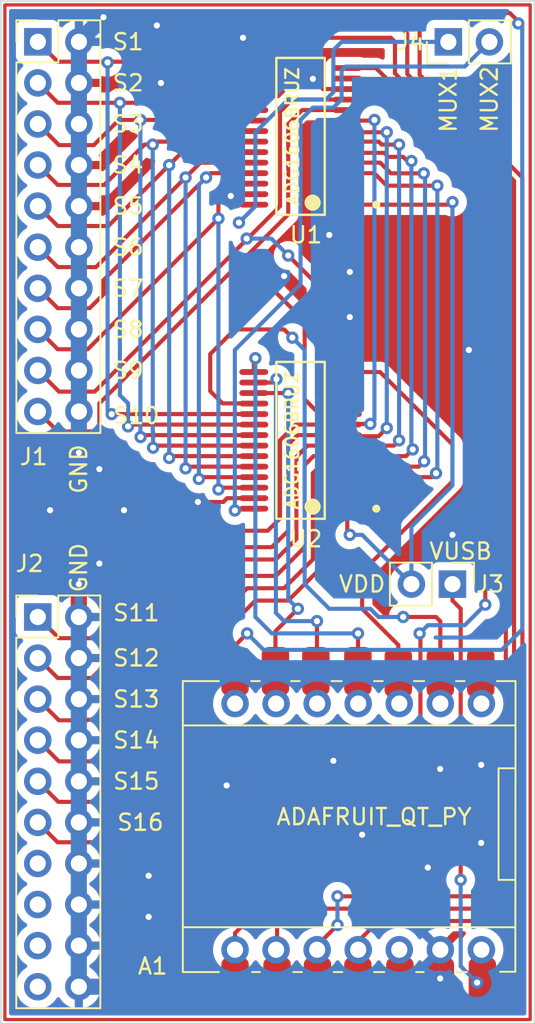
<source format=kicad_pcb>
(kicad_pcb (version 20211014) (generator pcbnew)
  (title_block (title "Mux Board") (rev "v01") (comment 2 "creativecommons.org/licenses/by/4.0") (comment 3 "License: CC BY 4.0") (comment 4 "Author: Chark Stanford"))
  (layers (0 "F.Cu" signal) (31 "B.Cu" signal) (34 "B.Paste" user) (35 "F.Paste" user) (36 "B.SilkS" user "B.Silkscreen") (37 "F.SilkS" user "F.Silkscreen") (38 "B.Mask" user) (39 "F.Mask" user) (44 "Edge.Cuts" user))
  (net 0 "")
  (net 1 "/MUX2_SEL0")
  (net 2 "/MUX2_SEL1")
  (net 3 "/MUX2_SEL2")
  (net 4 "/MUX2_SEL3")
  (net 5 "+3V3")
  (net 6 "/MUX1_EN")
  (net 7 "/MUX1_SEL0")
  (net 8 "GND")
  (net 9 "/MUX1_SEL2")
  (net 10 "/MUX1_SEL1")
  (net 11 "/MUX2_EN")
  (net 12 "/MUX1_SEL3")
  (net 13 "/S1")
  (net 14 "/S2")
  (net 15 "/S3")
  (net 16 "/S4")
  (net 17 "/S5")
  (net 18 "/S6")
  (net 19 "/S7")
  (net 20 "/S8")
  (net 21 "/S9")
  (net 22 "/S10")
  (net 23 "/S11")
  (net 24 "/S12")
  (net 25 "/S13")
  (net 26 "/S14")
  (net 27 "/S15")
  (net 28 "/S16")
  (net 33 "/VUSB")
  (net 35 "/VDD")
  (net 36 "/MUX1_OUT")
  (net 37 "/MUX2_OUT")
  (footprint "mux_board_v2:PinHeader_2x10_P2.54mm_Vertical" (layer "F.Cu") (at 113.538 106.172)
    (fp_text reference "J2")
    (fp_text value "Conn_02x10_Odd_Even" hide)
  )
  (footprint "mux_board_v3:Adafruit_QT_PY" (layer "F.Cu") (at 130.442 121.526 180)
    (fp_text reference "A1")
    (fp_text value "ADAFRUIT_QT_PY")
  )
  (footprint "mux_board_v2:PinHeader_1x02_P2.54mm_Vertical" (layer "F.Cu") (at 138.938 70.612 90)
    (fp_text reference "J4")
    (fp_text value "Conn_01x02_Male" hide)
  )
  (footprint "mux_board_v2:Analog_Devices-RU-28-0-0-IPC_A" (layer "F.Cu") (at 129.794 95.25 180)
    (fp_text reference "U2")
    (fp_text value "ADG1606BRUZ")
  )
  (footprint "mux_board_v2:Analog_Devices-RU-28-0-0-IPC_A" (layer "F.Cu") (at 129.794 76.454 180)
    (fp_text reference "U1")
    (fp_text value "ADG1606BRUZ")
  )
  (footprint "mux_board_v2:PinHeader_1x02_P2.54mm_Vertical" (layer "F.Cu") (at 139.192 104.14 -90)
    (fp_text reference "J3")
    (fp_text value "Conn_01x02_Male" hide)
  )
  (footprint "mux_board_v2:PinHeader_2x10_P2.54mm_Vertical" (layer "F.Cu") (at 113.543 70.607)
    (fp_text reference "J1")
    (fp_text value "Conn_02x10_Odd_Even" hide)
  )
  (gr_line (start 144 131.064) (end 111.506 131.064) (layer "F.Cu") (width 0.2))
  (gr_line (start 111.506 131.064) (end 111.506 68.326) (layer "F.Cu") (width 0.2))
  (gr_line (start 144 68.326) (end 144 131.064) (layer "F.Cu") (width 0.2))
  (gr_line (start 111.506 68.326) (end 144 68.326) (layer "F.Cu") (width 0.2))
  (gr_line (start 144.272 68.072) (end 144.272 131.318) (layer "Edge.Cuts") (width 0.1))
  (gr_line (start 111.252 131.318) (end 111.252 68.072) (layer "Edge.Cuts") (width 0.1))
  (gr_line (start 144.272 131.318) (end 111.252 131.318) (layer "Edge.Cuts") (width 0.1))
  (gr_line (start 111.252 68.072) (end 144.272 68.072) (layer "Edge.Cuts") (width 0.1))
  (gr_text "MUX2" (at 141.478 74.168 -270) (layer "F.SilkS") (effects (font (size 1 1))))
  (gr_text "S5" (at 119.126 80.772) (layer "F.SilkS") (effects (font (size 1 1))))
  (gr_text "S1" (at 119.126 70.612) (layer "F.SilkS") (effects (font (size 1 1))))
  (gr_text "S4" (at 119.126 78.232) (layer "F.SilkS") (effects (font (size 1 1))))
  (gr_text "MUX1" (at 138.938 74.168 -270) (layer "F.SilkS") (effects (font (size 1 1))))
  (gr_text "S7" (at 119.126 85.852) (layer "F.SilkS") (effects (font (size 1 1))))
  (gr_text "S16" (at 119.888 118.872) (layer "F.SilkS") (effects (font (size 1 1))))
  (gr_text "S14" (at 119.634 113.792) (layer "F.SilkS") (effects (font (size 1 1))))
  (gr_text "S13" (at 119.634 111.252) (layer "F.SilkS") (effects (font (size 1 1))))
  (gr_text "GND" (at 116.078 103.124 -270) (layer "F.SilkS") (effects (font (size 1 1))))
  (gr_text "S12" (at 119.634 108.712) (layer "F.SilkS") (effects (font (size 1 1))))
  (gr_text "S3" (at 119.126 75.692) (layer "F.SilkS") (effects (font (size 1 1))))
  (gr_text "S11" (at 119.634 105.918) (layer "F.SilkS") (effects (font (size 1 1))))
  (gr_text "VDD" (at 133.604 104.14) (layer "F.SilkS") (effects (font (size 1 1))))
  (gr_text "S9" (at 119.126 90.932) (layer "F.SilkS") (effects (font (size 1 1))))
  (gr_text "S6" (at 119.126 83.312) (layer "F.SilkS") (effects (font (size 1 1))))
  (gr_text "S8" (at 119.126 88.392) (layer "F.SilkS") (effects (font (size 1 1))))
  (gr_text "VUSB" (at 139.7 102.108) (layer "F.SilkS") (effects (font (size 1 1))))
  (gr_text "S2" (at 119.126 73.152) (layer "F.SilkS") (effects (font (size 1 1))))
  (gr_text "S15" (at 119.634 116.332) (layer "F.SilkS") (effects (font (size 1 1))))
  (gr_text "GND" (at 116.078 97.028 -270) (layer "F.SilkS") (effects (font (size 1 1))))
  (gr_text "S10" (at 119.634 93.726) (layer "F.SilkS") (effects (font (size 1 1))))
  (segment (start 126.902785 92.325) (end 129.023708 92.325) (width 0.254) (layer "F.Cu") (net 1))
  (segment (start 129.023708 92.325) (end 129.0315 92.317208) (width 0.254) (layer "F.Cu") (net 1))
  (segment (start 128.242 107.051731) (end 128.242 109.526) (width 0.254) (layer "F.Cu") (net 1))
  (segment (start 129.629231 105.6645) (end 128.242 107.051731) (width 0.254) (layer "F.Cu") (net 1))
  (via (at 129.629231 105.6645) (size 0.762) (drill 0.381) (layers "F.Cu" "B.Cu") (net 1))
  (via (at 129.0315 92.317208) (size 0.762) (drill 0.381) (layers "F.Cu" "B.Cu") (net 1))
  (segment (start 129.0315 105.066769) (end 129.629231 105.6645) (width 0.254) (layer "B.Cu") (net 1))
  (segment (start 129.0315 92.317208) (end 129.0315 105.066769) (width 0.254) (layer "B.Cu") (net 1))
  (segment (start 128.091212 91.675) (end 128.304371 91.461841) (width 0.254) (layer "F.Cu") (net 2))
  (segment (start 126.902785 91.675) (end 128.091212 91.675) (width 0.254) (layer "F.Cu") (net 2))
  (segment (start 130.81 106.426) (end 130.81 109.458) (width 0.254) (layer "F.Cu") (net 2))
  (segment (start 130.81 109.458) (end 130.742 109.526) (width 0.254) (layer "F.Cu") (net 2))
  (via (at 128.304371 91.461841) (size 0.762) (drill 0.381) (layers "F.Cu" "B.Cu") (net 2))
  (via (at 130.81 106.426) (size 0.762) (drill 0.381) (layers "F.Cu" "B.Cu") (net 2))
  (segment (start 128.27 91.496212) (end 128.27 105.918) (width 0.254) (layer "B.Cu") (net 2))
  (segment (start 128.27 105.918) (end 128.778 106.426) (width 0.254) (layer "B.Cu") (net 2))
  (segment (start 128.778 106.426) (end 130.81 106.426) (width 0.254) (layer "B.Cu") (net 2))
  (segment (start 128.304371 91.461841) (end 128.27 91.496212) (width 0.254) (layer "B.Cu") (net 2))
  (segment (start 126.902785 91.025) (end 126.902785 90.267215) (width 0.254) (layer "F.Cu") (net 3))
  (segment (start 133.35 109.518) (end 133.342 109.526) (width 0.254) (layer "F.Cu") (net 3))
  (segment (start 133.35 107.188) (end 133.35 109.518) (width 0.254) (layer "F.Cu") (net 3))
  (segment (start 126.902785 90.267215) (end 127 90.17) (width 0.254) (layer "F.Cu") (net 3))
  (via (at 133.35 107.188) (size 0.762) (drill 0.381) (layers "F.Cu" "B.Cu") (net 3))
  (via (at 127 90.17) (size 0.762) (drill 0.381) (layers "F.Cu" "B.Cu") (net 3))
  (segment (start 127 90.17) (end 127 106.172) (width 0.254) (layer "B.Cu") (net 3))
  (segment (start 128.016 107.188) (end 133.35 107.188) (width 0.254) (layer "B.Cu") (net 3))
  (segment (start 127 106.172) (end 128.016 107.188) (width 0.254) (layer "B.Cu") (net 3))
  (segment (start 134.713 91.025) (end 132.685214 91.025) (width 0.254) (layer "F.Cu") (net 4))
  (segment (start 139.192 95.504) (end 134.713 91.025) (width 0.254) (layer "F.Cu") (net 4))
  (segment (start 135.842 109.626) (end 135.842 107.902) (width 0.254) (layer "F.Cu") (net 4))
  (segment (start 139.192 97.79) (end 139.192 95.504) (width 0.254) (layer "F.Cu") (net 4))
  (segment (start 133.604 103.378) (end 139.192 97.79) (width 0.254) (layer "F.Cu") (net 4))
  (segment (start 135.842 107.902) (end 133.604 105.664) (width 0.254) (layer "F.Cu") (net 4))
  (segment (start 133.604 105.664) (end 133.604 103.378) (width 0.254) (layer "F.Cu") (net 4))
  (segment (start 126.045951 74.179) (end 126.902785 74.179) (width 0.254) (layer "F.Cu") (net 6))
  (segment (start 125.742 107.938) (end 126.492 107.188) (width 0.254) (layer "F.Cu") (net 6))
  (segment (start 125.73 74.168) (end 126.034951 74.168) (width 0.254) (layer "F.Cu") (net 6))
  (segment (start 125.742 109.526) (end 125.742 107.938) (width 0.254) (layer "F.Cu") (net 6))
  (segment (start 123.19 68.834) (end 122.936 69.088) (width 0.254) (layer "F.Cu") (net 6))
  (segment (start 126.034951 74.168) (end 126.045951 74.179) (width 0.254) (layer "F.Cu") (net 6))
  (segment (start 142.748 68.834) (end 123.19 68.834) (width 0.254) (layer "F.Cu") (net 6))
  (segment (start 122.936 71.374) (end 125.73 74.168) (width 0.254) (layer "F.Cu") (net 6))
  (segment (start 122.936 69.088) (end 122.936 71.374) (width 0.254) (layer "F.Cu") (net 6))
  (segment (start 143.51948 69.60548) (end 142.748 68.834) (width 0.254) (layer "F.Cu") (net 6))
  (via (at 143.2655 69.469) (size 0.762) (drill 0.381) (layers "F.Cu" "B.Cu") (net 6))
  (via (at 126.492 107.188) (size 0.762) (drill 0.381) (layers "F.Cu" "B.Cu") (net 6))
  (segment (start 127.508 108.204) (end 142.24 108.204) (width 0.254) (layer "B.Cu") (net 6))
  (segment (start 126.492 107.188) (end 127.508 108.204) (width 0.254) (layer "B.Cu") (net 6))
  (segment (start 143.51 69.7135) (end 143.2655 69.469) (width 0.254) (layer "B.Cu") (net 6))
  (segment (start 142.24 108.204) (end 143.51 106.934) (width 0.254) (layer "B.Cu") (net 6))
  (segment (start 143.51 106.934) (end 143.51 69.7135) (width 0.254) (layer "B.Cu") (net 6))
  (segment (start 143.51948 79.00348) (end 143.51948 110.98852) (width 0.254) (layer "F.Cu") (net 7))
  (segment (start 143.51948 110.98852) (end 143.51 110.998) (width 0.254) (layer "F.Cu") (net 7))
  (segment (start 137.16 72.644) (end 143.51948 79.00348) (width 0.254) (layer "F.Cu") (net 7))
  (segment (start 136.906 69.342) (end 137.16 69.596) (width 0.254) (layer "F.Cu") (net 7))
  (segment (start 134.62 124.968) (end 133.342 126.246) (width 0.254) (layer "F.Cu") (net 7))
  (segment (start 133.342 126.246) (end 133.342 128.726) (width 0.254) (layer "F.Cu") (net 7))
  (segment (start 143.51 110.998) (end 143.51 123.19) (width 0.254) (layer "F.Cu") (net 7))
  (segment (start 137.16 69.596) (end 137.16 72.644) (width 0.254) (layer "F.Cu") (net 7))
  (segment (start 126.045951 73.529) (end 123.698 71.181049) (width 0.254) (layer "F.Cu") (net 7))
  (segment (start 141.732 124.968) (end 134.62 124.968) (width 0.254) (layer "F.Cu") (net 7))
  (segment (start 143.51 123.19) (end 141.732 124.968) (width 0.254) (layer "F.Cu") (net 7))
  (segment (start 126.902785 73.529) (end 126.045951 73.529) (width 0.254) (layer "F.Cu") (net 7))
  (segment (start 123.698 69.342) (end 136.906 69.342) (width 0.254) (layer "F.Cu") (net 7))
  (segment (start 123.698 71.181049) (end 123.698 69.342) (width 0.254) (layer "F.Cu") (net 7))
  (segment (start 131.695 92.325) (end 132.685214 92.325) (width 0.254) (layer "F.Cu") (net 8))
  (segment (start 138.43 128.524) (end 138.43 129.286) (width 1) (layer "F.Cu") (net 8))
  (segment (start 140.208 82.296) (end 133.35 89.154) (width 0.254) (layer "F.Cu") (net 8))
  (segment (start 116.078 106.172) (end 116.078 104.145) (width 1) (layer "F.Cu") (net 8))
  (segment (start 130.556 72.898) (end 131.187 73.529) (width 0.254) (layer "F.Cu") (net 8))
  (segment (start 126.902785 98.825) (end 125.25244 98.825) (width 0.254) (layer "F.Cu") (net 8))
  (segment (start 131.187 73.529) (end 132.685214 73.529) (width 0.254) (layer "F.Cu") (net 8))
  (segment (start 116.078 104.145) (end 116.083 104.14) (width 0.254) (layer "F.Cu") (net 8))
  (segment (start 125.24672 98.83072) (end 125.01744 99.06) (width 0.254) (layer "F.Cu") (net 8))
  (segment (start 131.318 91.948) (end 131.695 92.325) (width 0.254) (layer "F.Cu") (net 8))
  (segment (start 125.25244 98.825) (end 125.24672 98.83072) (width 0.254) (layer "F.Cu") (net 8))
  (segment (start 131.318 89.154) (end 131.318 91.948) (width 0.254) (layer "F.Cu") (net 8))
  (segment (start 132.685214 73.529) (end 133.981 73.529) (width 0.254) (layer "F.Cu") (net 8))
  (segment (start 125.01744 99.06) (end 123.444 99.06) (width 0.254) (layer "F.Cu") (net 8))
  (segment (start 125.5875 80.029) (end 126.902785 80.029) (width 0.254) (layer "F.Cu") (net 8))
  (segment (start 140.208 79.756) (end 140.208 82.296) (width 0.254) (layer "F.Cu") (net 8))
  (segment (start 125.476 80.1405) (end 125.5875 80.029) (width 0.254) (layer "F.Cu") (net 8))
  (segment (start 133.981 73.529) (end 140.208 79.756) (width 0.254) (layer "F.Cu") (net 8))
  (segment (start 133.35 89.154) (end 131.318 89.154) (width 0.254) (layer "F.Cu") (net 8))
  (via (at 130.556 72.898) (size 0.762) (drill 0.381) (layers "F.Cu" "B.Cu") (net 8))
  (via (at 125.476 80.1405) (size 0.762) (drill 0.381) (layers "F.Cu" "B.Cu") (net 8))
  (via (at 140.97 120.142) (size 0.762) (drill 0.381) (layers "F.Cu" "B.Cu") (net 8))
  (via (at 120.396 124.714) (size 0.762) (drill 0.381) (layers "F.Cu" "B.Cu") (net 8))
  (via (at 120.904 69.596) (size 0.762) (drill 0.381) (layers "F.Cu" "B.Cu") (net 8))
  (via (at 120.396 122.174) (size 0.762) (drill 0.381) (layers "F.Cu" "B.Cu") (net 8))
  (via (at 117.348 102.87) (size 0.762) (drill 0.381) (layers "F.Cu" "B.Cu") (net 8))
  (via (at 121.158 73.152) (size 0.762) (drill 0.381) (layers "F.Cu" "B.Cu") (net 8))
  (via (at 126.238 70.358) (size 0.762) (drill 0.381) (layers "F.Cu" "B.Cu") (net 8))
  (via (at 116.083 104.14) (size 0.762) (drill 0.381) (layers "F.Cu" "B.Cu") (net 8))
  (via (at 128.778 85.09) (size 0.762) (drill 0.381) (layers "F.Cu" "B.Cu") (net 8))
  (via (at 131.572 82.55) (size 0.762) (drill 0.381) (layers "F.Cu" "B.Cu") (net 8))
  (via (at 138.43 128.524) (size 0.762) (drill 0.381) (layers "F.Cu" "B.Cu") (net 8))
  (via (at 139.192 101.092) (size 0.762) (drill 0.381) (layers "F.Cu" "B.Cu") (net 8))
  (via (at 125.222 116.586) (size 0.762) (drill 0.381) (layers "F.Cu" "B.Cu") (net 8))
  (via (at 117.348 97.028) (size 0.762) (drill 0.381) (layers "F.Cu" "B.Cu") (net 8))
  (via (at 138.43 115.57) (size 0.762) (drill 0.381) (layers "F.Cu" "B.Cu") (net 8))
  (via (at 137.668 121.666) (size 0.762) (drill 0.381) (layers "F.Cu" "B.Cu") (net 8))
  (via (at 117.602 69.088) (size 0.762) (drill 0.381) (layers "F.Cu" "B.Cu") (net 8))
  (via (at 116.083 96.012) (size 0.762) (drill 0.381) (layers "F.Cu" "B.Cu") (net 8))
  (via (at 123.444 99.06) (size 0.762) (drill 0.381) (layers "F.Cu" "B.Cu") (net 8))
  (via (at 132.842 84.836) (size 0.762) (drill 0.381) (layers "F.Cu" "B.Cu") (net 8))
  (via (at 131.826 115.062) (size 0.762) (drill 0.381) (layers "F.Cu" "B.Cu") (net 8))
  (via (at 133.604 119.634) (size 0.762) (drill 0.381) (layers "F.Cu" "B.Cu") (net 8))
  (via (at 140.208 89.662) (size 0.762) (drill 0.381) (layers "F.Cu" "B.Cu") (net 8))
  (via (at 140.97 115.316) (size 0.762) (drill 0.381) (layers "F.Cu" "B.Cu") (net 8))
  (via (at 118.872 99.568) (size 0.762) (drill 0.381) (layers "F.Cu" "B.Cu") (net 8))
  (via (at 132.842 87.63) (size 0.762) (drill 0.381) (layers "F.Cu" "B.Cu") (net 8))
  (via (at 114.3 99.568) (size 0.762) (drill 0.381) (layers "F.Cu" "B.Cu") (net 8))
  (segment (start 116.078 106.172) (end 116.078 108.712) (width 1) (layer "B.Cu") (net 8))
  (segment (start 116.083 88.387) (end 116.083 90.927) (width 1) (layer "B.Cu") (net 8))
  (segment (start 116.078 126.492) (end 116.078 129.032) (width 1) (layer "B.Cu") (net 8))
  (segment (start 116.083 78.227) (end 116.083 80.767) (width 1) (layer "B.Cu") (net 8))
  (segment (start 138.43 128.524) (end 137.922 129.032) (width 1) (layer "B.Cu") (net 8))
  (segment (start 116.083 83.307) (end 116.083 85.847) (width 1) (layer "B.Cu") (net 8))
  (segment (start 116.078 116.332) (end 116.078 118.872) (width 1) (layer "B.Cu") (net 8))
  (segment (start 116.083 73.147) (end 116.083 75.687) (width 1) (layer "B.Cu") (net 8))
  (segment (start 116.078 118.872) (end 116.078 121.412) (width 1) (layer "B.Cu") (net 8))
  (segment (start 116.083 90.927) (end 116.083 93.467) (width 1) (layer "B.Cu") (net 8))
  (segment (start 116.083 85.847) (end 116.083 88.387) (width 1) (layer "B.Cu") (net 8))
  (segment (start 116.078 108.712) (end 116.078 111.252) (width 1) (layer "B.Cu") (net 8))
  (segment (start 116.078 123.952) (end 116.078 126.492) (width 1) (layer "B.Cu") (net 8))
  (segment (start 116.078 111.252) (end 116.078 113.792) (width 1) (layer "B.Cu") (net 8))
  (segment (start 116.078 113.792) (end 116.078 116.332) (width 1) (layer "B.Cu") (net 8))
  (segment (start 116.083 70.607) (end 116.083 73.147) (width 1) (layer "B.Cu") (net 8))
  (segment (start 116.083 75.687) (end 116.083 78.227) (width 1) (layer "B.Cu") (net 8))
  (segment (start 116.083 80.767) (end 116.083 83.307) (width 1) (layer "B.Cu") (net 8))
  (segment (start 116.083 70.607) (end 117.602 69.088) (width 1) (layer "B.Cu") (net 8))
  (segment (start 137.922 129.032) (end 116.078 129.032) (width 1) (layer "B.Cu") (net 8))
  (segment (start 116.083 93.467) (end 116.083 96.012) (width 1) (layer "B.Cu") (net 8))
  (segment (start 116.078 121.412) (end 116.078 123.952) (width 1) (layer "B.Cu") (net 8))
  (segment (start 143.002 79.203741) (end 143.002 122.682) (width 0.254) (layer "F.Cu") (net 9))
  (segment (start 129.54 124.206) (end 128.342 125.404) (width 0.254) (layer "F.Cu") (net 9))
  (segment (start 143.002 122.682) (end 141.478 124.206) (width 0.254) (layer "F.Cu") (net 9))
  (segment (start 136.398 72.599741) (end 143.002 79.203741) (width 0.254) (layer "F.Cu") (net 9))
  (segment (start 141.478 124.206) (end 129.54 124.206) (width 0.254) (layer "F.Cu") (net 9))
  (segment (start 136.144 69.85) (end 136.398 70.104) (width 0.254) (layer "F.Cu") (net 9))
  (segment (start 126.902785 72.229) (end 126.907 72.229) (width 0.254) (layer "F.Cu") (net 9))
  (segment (start 126.907 72.229) (end 129.286 69.85) (width 0.254) (layer "F.Cu") (net 9))
  (segment (start 129.286 69.85) (end 136.144 69.85) (width 0.254) (layer "F.Cu") (net 9))
  (segment (start 136.398 70.104) (end 136.398 72.599741) (width 0.254) (layer "F.Cu") (net 9))
  (segment (start 128.342 125.404) (end 128.342 128.726) (width 0.254) (layer "F.Cu") (net 9))
  (segment (start 130.842 126.46) (end 130.842 128.726) (width 0.254) (layer "F.Cu") (net 10))
  (segment (start 135.382 70.358) (end 135.636 70.612) (width 0.254) (layer "F.Cu") (net 10))
  (segment (start 142.494 121.92) (end 140.9695 123.4445) (width 0.254) (layer "F.Cu") (net 10))
  (segment (start 132.08 125.222) (end 130.842 126.46) (width 0.254) (layer "F.Cu") (net 10))
  (segment (start 142.494 79.413483) (end 142.494 121.92) (width 0.254) (layer "F.Cu") (net 10))
  (segment (start 135.636 72.555483) (end 142.494 79.413483) (width 0.254) (layer "F.Cu") (net 10))
  (segment (start 130.302 70.358) (end 135.382 70.358) (width 0.254) (layer "F.Cu") (net 10))
  (segment (start 127.781 72.879) (end 130.302 70.358) (width 0.254) (layer "F.Cu") (net 10))
  (segment (start 135.636 70.612) (end 135.636 72.555483) (width 0.254) (layer "F.Cu") (net 10))
  (segment (start 140.9695 123.4445) (end 132.08 123.4445) (width 0.254) (layer "F.Cu") (net 10))
  (segment (start 126.902785 72.879) (end 127.781 72.879) (width 0.254) (layer "F.Cu") (net 10))
  (via (at 132.08 123.4445) (size 0.762) (drill 0.381) (layers "F.Cu" "B.Cu") (net 10))
  (via (at 132.08 125.222) (size 0.762) (drill 0.381) (layers "F.Cu" "B.Cu") (net 10))
  (segment (start 132.08 123.4445) (end 132.08 125.222) (width 0.254) (layer "B.Cu") (net 10))
  (segment (start 126.902785 92.975) (end 126.045951 92.975) (width 0.254) (layer "F.Cu") (net 11))
  (segment (start 124.206 92.202) (end 124.206 91.694) (width 0.254) (layer "F.Cu") (net 11))
  (segment (start 138.176 106.172) (end 138.442 106.438) (width 0.254) (layer "F.Cu") (net 11))
  (segment (start 124.206 89.916) (end 125.73 88.392) (width 0.254) (layer "F.Cu") (net 11))
  (segment (start 138.442 106.438) (end 138.442 109.626) (width 0.254) (layer "F.Cu") (net 11))
  (segment (start 124.206 91.694) (end 124.206 89.916) (width 0.254) (layer "F.Cu") (net 11))
  (segment (start 136.144 106.172) (end 138.176 106.172) (width 0.254) (layer "F.Cu") (net 11))
  (segment (start 126.045951 92.975) (end 126.034951 92.964) (width 0.254) (layer "F.Cu") (net 11))
  (segment (start 128.7785 88.392) (end 129.2865 88.9) (width 0.254) (layer "F.Cu") (net 11))
  (segment (start 125.73 88.392) (end 128.7785 88.392) (width 0.254) (layer "F.Cu") (net 11))
  (segment (start 124.968 92.964) (end 124.206 92.202) (width 0.254) (layer "F.Cu") (net 11))
  (segment (start 126.034951 92.964) (end 124.968 92.964) (width 0.254) (layer "F.Cu") (net 11))
  (via (at 129.2865 88.9) (size 0.762) (drill 0.381) (layers "F.Cu" "B.Cu") (net 11))
  (via (at 136.144 106.172) (size 0.762) (drill 0.381) (layers "F.Cu" "B.Cu") (net 11))
  (segment (start 130.048 89.6615) (end 129.2865 88.9) (width 0.254) (layer "B.Cu") (net 11))
  (segment (start 130.048 104.14) (end 130.048 89.6615) (width 0.254) (layer "B.Cu") (net 11))
  (segment (start 134.112 105.664) (end 131.572 105.664) (width 0.254) (layer "B.Cu") (net 11))
  (segment (start 136.144 106.172) (end 134.62 106.172) (width 0.254) (layer "B.Cu") (net 11))
  (segment (start 131.572 105.664) (end 130.048 104.14) (width 0.254) (layer "B.Cu") (net 11))
  (segment (start 134.62 106.172) (end 134.112 105.664) (width 0.254) (layer "B.Cu") (net 11))
  (segment (start 129.794 121.666) (end 133.35 121.666) (width 0.254) (layer "F.Cu") (net 12))
  (segment (start 125.742 125.718) (end 129.794 121.666) (width 0.254) (layer "F.Cu") (net 12))
  (segment (start 137.21148 107.23948) (end 137.21148 119.58252) (width 0.254) (layer "F.Cu") (net 12))
  (segment (start 137.21148 119.58252) (end 135.128 121.666) (width 0.254) (layer "F.Cu") (net 12))
  (segment (start 141.224 78.994) (end 134.459 72.229) (width 0.254) (layer "F.Cu") (net 12))
  (segment (start 134.459 72.229) (end 132.685214 72.229) (width 0.254) (layer "F.Cu") (net 12))
  (segment (start 137.16 107.188) (end 137.21148 107.23948) (width 0.254) (layer "F.Cu") (net 12))
  (segment (start 135.128 121.666) (end 133.35 121.666) (width 0.254) (layer "F.Cu") (net 12))
  (segment (start 141.224 105.41) (end 141.224 78.994) (width 0.254) (layer "F.Cu") (net 12))
  (segment (start 125.742 128.726) (end 125.742 125.718) (width 0.254) (layer "F.Cu") (net 12))
  (via (at 137.16 107.188) (size 0.762) (drill 0.381) (layers "F.Cu" "B.Cu") (net 12))
  (via (at 141.224 105.41) (size 0.762) (drill 0.381) (layers "F.Cu" "B.Cu") (net 12))
  (segment (start 141.224 105.41) (end 139.954 106.68) (width 0.254) (layer "B.Cu") (net 12))
  (segment (start 137.922 106.68) (end 137.668 106.68) (width 0.254) (layer "B.Cu") (net 12))
  (segment (start 139.954 106.68) (end 137.922 106.68) (width 0.254) (layer "B.Cu") (net 12))
  (segment (start 137.668 106.68) (end 137.16 107.188) (width 0.254) (layer "B.Cu") (net 12))
  (segment (start 117.856 71.837511) (end 117.856 71.882) (width 0.254) (layer "F.Cu") (net 13))
  (segment (start 118.113962 93.625) (end 126.902785 93.625) (width 0.254) (layer "F.Cu") (net 13))
  (segment (start 118.1095 93.629462) (end 118.113962 93.625) (width 0.254) (layer "F.Cu") (net 13))
  (segment (start 125.375 74.829) (end 122.383511 71.837511) (width 0.254) (layer "F.Cu") (net 13))
  (segment (start 114.773511 71.837511) (end 113.543 70.607) (width 0.254) (layer "F.Cu") (net 13))
  (segment (start 117.900489 71.837511) (end 117.856 71.882) (width 0.254) (layer "F.Cu") (net 13))
  (segment (start 117.856 71.837511) (end 114.773511 71.837511) (width 0.254) (layer "F.Cu") (net 13))
  (segment (start 122.383511 71.837511) (end 117.900489 71.837511) (width 0.254) (layer "F.Cu") (net 13))
  (segment (start 126.902785 74.829) (end 125.375 74.829) (width 0.254) (layer "F.Cu") (net 13))
  (via (at 117.856 71.882) (size 0.762) (drill 0.381) (layers "F.Cu" "B.Cu") (net 13))
  (via (at 118.1095 93.629462) (size 0.762) (drill 0.381) (layers "F.Cu" "B.Cu") (net 13))
  (segment (start 117.856 93.375962) (end 117.856 71.882) (width 0.254) (layer "B.Cu") (net 13))
  (segment (start 118.1095 93.629462) (end 117.856 93.375962) (width 0.254) (layer "B.Cu") (net 13))
  (segment (start 118.573511 74.377511) (end 118.6175 74.377511) (width 0.254) (layer "F.Cu") (net 14))
  (segment (start 118.573511 74.377511) (end 123.653511 74.377511) (width 0.254) (layer "F.Cu") (net 14))
  (segment (start 124.755 75.479) (end 126.902785 75.479) (width 0.254) (layer "F.Cu") (net 14))
  (segment (start 113.543 73.147) (end 114.773511 74.377511) (width 0.254) (layer "F.Cu") (net 14))
  (segment (start 114.773511 74.377511) (end 118.573511 74.377511) (width 0.254) (layer "F.Cu") (net 14))
  (segment (start 123.653511 74.377511) (end 124.755 75.479) (width 0.254) (layer "F.Cu") (net 14))
  (segment (start 119.2375 94.275) (end 126.902785 94.275) (width 0.254) (layer "F.Cu") (net 14))
  (segment (start 119.126 94.3865) (end 119.2375 94.275) (width 0.254) (layer "F.Cu") (net 14))
  (via (at 119.126 94.3865) (size 0.762) (drill 0.381) (layers "F.Cu" "B.Cu") (net 14))
  (via (at 118.6175 74.377511) (size 0.762) (drill 0.381) (layers "F.Cu" "B.Cu") (net 14))
  (segment (start 118.6175 92.4555) (end 118.6175 74.377511) (width 0.254) (layer "B.Cu") (net 14))
  (segment (start 119.126 94.3865) (end 119.126 92.964) (width 0.254) (layer "B.Cu") (net 14))
  (segment (start 119.126 92.964) (end 118.6175 92.4555) (width 0.254) (layer "B.Cu") (net 14))
  (segment (start 117 76.996489) (end 118.558489 75.438) (width 0.254) (layer "F.Cu") (net 15))
  (segment (start 120.019142 94.925) (end 126.902785 94.925) (width 0.254) (layer "F.Cu") (net 15))
  (segment (start 122.936 75.438) (end 123.627 76.129) (width 0.254) (layer "F.Cu") (net 15))
  (segment (start 119.888 75.438) (end 122.936 75.438) (width 0.254) (layer "F.Cu") (net 15))
  (segment (start 123.627 76.129) (end 126.902785 76.129) (width 0.254) (layer "F.Cu") (net 15))
  (segment (start 119.8986 95.045542) (end 120.019142 94.925) (width 0.254) (layer "F.Cu") (net 15))
  (segment (start 118.558489 75.438) (end 120.142 75.438) (width 0.254) (layer "F.Cu") (net 15))
  (segment (start 113.543 75.687) (end 114.852489 76.996489) (width 0.254) (layer "F.Cu") (net 15))
  (segment (start 114.852489 76.996489) (end 117 76.996489) (width 0.254) (layer "F.Cu") (net 15))
  (via (at 119.8986 95.045542) (size 0.762) (drill 0.381) (layers "F.Cu" "B.Cu") (net 15))
  (via (at 119.888 75.438) (size 0.762) (drill 0.381) (layers "F.Cu" "B.Cu") (net 15))
  (segment (start 119.888 95.034942) (end 119.8986 95.045542) (width 0.254) (layer "B.Cu") (net 15))
  (segment (start 119.888 75.438) (end 119.888 95.034942) (width 0.254) (layer "B.Cu") (net 15))
  (segment (start 120.800782 95.575) (end 126.902785 95.575) (width 0.254) (layer "F.Cu") (net 16))
  (segment (start 114.773511 79.457511) (end 113.543 78.227) (width 0.254) (layer "F.Cu") (net 16))
  (segment (start 120.142 76.962) (end 117.646489 79.457511) (width 0.254) (layer "F.Cu") (net 16))
  (segment (start 120.671199 95.704583) (end 120.800782 95.575) (width 0.254) (layer "F.Cu") (net 16))
  (segment (start 120.65 76.962) (end 120.833 76.779) (width 0.254) (layer "F.Cu") (net 16))
  (segment (start 120.65 76.962) (end 120.142 76.962) (width 0.254) (layer "F.Cu") (net 16))
  (segment (start 117.646489 79.457511) (end 114.773511 79.457511) (width 0.254) (layer "F.Cu") (net 16))
  (segment (start 120.833 76.779) (end 126.902785 76.779) (width 0.254) (layer "F.Cu") (net 16))
  (via (at 120.671199 95.704583) (size 0.762) (drill 0.381) (layers "F.Cu" "B.Cu") (net 16))
  (via (at 120.65 76.962) (size 0.762) (drill 0.381) (layers "F.Cu" "B.Cu") (net 16))
  (segment (start 120.671199 94.741201) (end 120.671199 95.704583) (width 0.254) (layer "B.Cu") (net 16))
  (segment (start 120.65 76.962) (end 120.65 94.720002) (width 0.254) (layer "B.Cu") (net 16))
  (segment (start 120.65 94.720002) (end 120.671199 94.741201) (width 0.254) (layer "B.Cu") (net 16))
  (segment (start 114.773511 81.997511) (end 117.900489 81.997511) (width 0.254) (layer "F.Cu") (net 17))
  (segment (start 122.174 77.724) (end 122.469 77.429) (width 0.254) (layer "F.Cu") (net 17))
  (segment (start 121.666 78.232) (end 122.174 77.724) (width 0.254) (layer "F.Cu") (net 17))
  (segment (start 121.666 96.3365) (end 121.7775 96.225) (width 0.254) (layer "F.Cu") (net 17))
  (segment (start 122.469 77.429) (end 126.902785 77.429) (width 0.254) (layer "F.Cu") (net 17))
  (segment (start 117.900489 81.997511) (end 122.174 77.724) (width 0.254) (layer "F.Cu") (net 17))
  (segment (start 113.543 80.767) (end 114.773511 81.997511) (width 0.254) (layer "F.Cu") (net 17))
  (segment (start 121.7775 96.225) (end 126.902785 96.225) (width 0.254) (layer "F.Cu") (net 17))
  (via (at 121.666 96.3365) (size 0.762) (drill 0.381) (layers "F.Cu" "B.Cu") (net 17))
  (via (at 121.666 78.232) (size 0.762) (drill 0.381) (layers "F.Cu" "B.Cu") (net 17))
  (segment (start 121.666 78.232) (end 121.666 96.3365) (width 0.254) (layer "B.Cu") (net 17))
  (segment (start 123.19 78.486) (end 123.597 78.079) (width 0.254) (layer "F.Cu") (net 18))
  (segment (start 114.773511 84.537511) (end 117.138489 84.537511) (width 0.254) (layer "F.Cu") (net 18))
  (segment (start 122.682 96.9865) (end 122.7935 96.875) (width 0.254) (layer "F.Cu") (net 18))
  (segment (start 122.682 78.994) (end 123.19 78.486) (width 0.254) (layer "F.Cu") (net 18))
  (segment (start 113.543 83.307) (end 114.773511 84.537511) (width 0.254) (layer "F.Cu") (net 18))
  (segment (start 117.138489 84.537511) (end 123.19 78.486) (width 0.254) (layer "F.Cu") (net 18))
  (segment (start 123.597 78.079) (end 126.902785 78.079) (width 0.254) (layer "F.Cu") (net 18))
  (segment (start 122.7935 96.875) (end 126.902785 96.875) (width 0.254) (layer "F.Cu") (net 18))
  (via (at 122.682 96.9865) (size 0.762) (drill 0.381) (layers "F.Cu" "B.Cu") (net 18))
  (via (at 122.682 78.994) (size 0.762) (drill 0.381) (layers "F.Cu" "B.Cu") (net 18))
  (segment (start 122.682 96.9865) (end 122.682 78.994) (width 0.254) (layer "B.Cu") (net 18))
  (segment (start 114.773511 87.077511) (end 116.748041 87.077511) (width 0.254) (layer "F.Cu") (net 19))
  (segment (start 113.543 85.847) (end 114.773511 87.077511) (width 0.254) (layer "F.Cu") (net 19))
  (segment (start 117.602 86.223552) (end 117.602 85.344) (width 0.254) (layer "F.Cu") (net 19))
  (segment (start 123.617174 97.525) (end 126.902785 97.525) (width 0.254) (layer "F.Cu") (net 19))
  (segment (start 117.602 85.344) (end 124.217 78.729) (width 0.254) (layer "F.Cu") (net 19))
  (segment (start 123.505674 97.6365) (end 123.617174 97.525) (width 0.254) (layer "F.Cu") (net 19))
  (segment (start 124.217 78.729) (end 126.902785 78.729) (width 0.254) (layer "F.Cu") (net 19))
  (segment (start 116.748041 87.077511) (end 117.602 86.223552) (width 0.254) (layer "F.Cu") (net 19))
  (via (at 123.505674 97.6365) (size 0.762) (drill 0.381) (layers "F.Cu" "B.Cu") (net 19))
  (via (at 123.952 78.994) (size 0.762) (drill 0.381) (layers "F.Cu" "B.Cu") (net 19))
  (segment (start 123.952 78.994) (end 123.505674 79.440326) (width 0.254) (layer "B.Cu") (net 19))
  (segment (start 123.505674 79.440326) (end 123.505674 97.6365) (width 0.254) (layer "B.Cu") (net 19))
  (segment (start 113.543 88.387) (end 114.773511 89.617511) (width 0.254) (layer "F.Cu") (net 20))
  (segment (start 124.714 98.2865) (end 124.8255 98.175) (width 0.254) (layer "F.Cu") (net 20))
  (segment (start 116.630489 89.617511) (end 124.714 81.534) (width 0.254) (layer "F.Cu") (net 20))
  (segment (start 126.902785 79.379) (end 125.16056 79.379) (width 0.254) (layer "F.Cu") (net 20))
  (segment (start 125.16056 79.379) (end 124.714 79.82556) (width 0.254) (layer "F.Cu") (net 20))
  (segment (start 124.714 79.82556) (end 124.714 81.534) (width 0.254) (layer "F.Cu") (net 20))
  (segment (start 114.773511 89.617511) (end 116.630489 89.617511) (width 0.254) (layer "F.Cu") (net 20))
  (segment (start 124.8255 98.175) (end 126.902785 98.175) (width 0.254) (layer "F.Cu") (net 20))
  (via (at 124.714 81.534) (size 0.762) (drill 0.381) (layers "F.Cu" "B.Cu") (net 20))
  (via (at 124.714 98.2865) (size 0.762) (drill 0.381) (layers "F.Cu" "B.Cu") (net 20))
  (segment (start 124.714 81.534) (end 124.714 98.2865) (width 0.254) (layer "B.Cu") (net 20))
  (segment (start 131.329 92.975) (end 130.81 92.456) (width 0.254) (layer "F.Cu") (net 21))
  (segment (start 129.275 74.179) (end 132.685214 74.179) (width 0.254) (layer "F.Cu") (net 21))
  (segment (start 114.852489 92.236489) (end 117.059511 92.236489) (width 0.254) (layer "F.Cu") (net 21))
  (segment (start 113.543 90.927) (end 114.852489 92.236489) (width 0.254) (layer "F.Cu") (net 21))
  (segment (start 126.461538 82.834462) (end 126.461538 82.773538) (width 0.254) (layer "F.Cu") (net 21))
  (segment (start 128.524 80.772) (end 128.524 74.93) (width 0.254) (layer "F.Cu") (net 21))
  (segment (start 130.81 85.598) (end 129.032 83.82) (width 0.254) (layer "F.Cu") (net 21))
  (segment (start 128.524 74.93) (end 129.275 74.179) (width 0.254) (layer "F.Cu") (net 21))
  (segment (start 132.685214 92.975) (end 131.329 92.975) (width 0.254) (layer "F.Cu") (net 21))
  (segment (start 117.059511 92.236489) (end 125.984 83.312) (width 0.254) (layer "F.Cu") (net 21))
  (segment (start 130.81 92.456) (end 130.81 85.598) (width 0.254) (layer "F.Cu") (net 21))
  (segment (start 125.984 83.312) (end 128.524 80.772) (width 0.254) (layer "F.Cu") (net 21))
  (segment (start 125.984 83.312) (end 126.461538 82.834462) (width 0.254) (layer "F.Cu") (net 21))
  (via (at 129.032 83.82) (size 0.762) (drill 0.381) (layers "F.Cu" "B.Cu") (net 21))
  (via (at 126.461538 82.773538) (size 0.762) (drill 0.381) (layers "F.Cu" "B.Cu") (net 21))
  (segment (start 127.985538 82.773538) (end 129.032 83.82) (width 0.254) (layer "B.Cu") (net 21))
  (segment (start 126.461538 82.773538) (end 127.985538 82.773538) (width 0.254) (layer "B.Cu") (net 21))
  (segment (start 114.773511 94.697511) (end 117.138489 94.697511) (width 0.254) (layer "F.Cu") (net 22))
  (segment (start 126.238 84.074) (end 130.048 87.884) (width 0.254) (layer "F.Cu") (net 22))
  (segment (start 129.032 75.692) (end 129.895 74.829) (width 0.254) (layer "F.Cu") (net 22))
  (segment (start 130.048 92.71) (end 130.963 93.625) (width 0.254) (layer "F.Cu") (net 22))
  (segment (start 129.03152 77.62586) (end 129.032 77.62538) (width 0.254) (layer "F.Cu") (net 22))
  (segment (start 113.543 93.467) (end 114.773511 94.697511) (width 0.254) (layer "F.Cu") (net 22))
  (segment (start 129.032 77.62538) (end 129.032 75.692) (width 0.254) (layer "F.Cu") (net 22))
  (segment (start 117.348 92.964) (end 126.238 84.074) (width 0.254) (layer "F.Cu") (net 22))
  (segment (start 129.03152 81.28048) (end 129.03152 77.62586) (width 0.254) (layer "F.Cu") (net 22))
  (segment (start 117.138489 94.697511) (end 117.348 94.488) (width 0.254) (layer "F.Cu") (net 22))
  (segment (start 117.348 94.488) (end 117.348 92.964) (width 0.254) (layer "F.Cu") (net 22))
  (segment (start 126.238 84.074) (end 129.03152 81.28048) (width 0.254) (layer "F.Cu") (net 22))
  (segment (start 129.895 74.829) (end 132.685214 74.829) (width 0.254) (layer "F.Cu") (net 22))
  (segment (start 130.048 87.884) (end 130.048 92.71) (width 0.254) (layer "F.Cu") (net 22))
  (segment (start 130.963 93.625) (end 132.685214 93.625) (width 0.254) (layer "F.Cu") (net 22))
  (segment (start 132.685214 75.479) (end 134.325 75.479) (width 0.254) (layer "F.Cu") (net 23))
  (segment (start 117.133489 107.481489) (end 123.776978 100.838) (width 0.254) (layer "F.Cu") (net 23))
  (segment (start 127.762 100.838) (end 128.524 100.076) (width 0.254) (layer "F.Cu") (net 23))
  (segment (start 134.112 94.234) (end 132.726214 94.234) (width 0.254) (layer "F.Cu") (net 23))
  (segment (start 132.726214 94.234) (end 132.685214 94.275) (width 0.254) (layer "F.Cu") (net 23))
  (segment (start 128.524 100.076) (end 128.524 95.25) (width 0.254) (layer "F.Cu") (net 23))
  (segment (start 114.847489 107.481489) (end 117.133489 107.481489) (width 0.254) (layer "F.Cu") (net 23))
  (segment (start 134.325 75.479) (end 134.366 75.438) (width 0.254) (layer "F.Cu") (net 23))
  (segment (start 113.538 106.172) (end 114.847489 107.481489) (width 0.254) (layer "F.Cu") (net 23))
  (segment (start 129.499 94.275) (end 132.685214 94.275) (width 0.254) (layer "F.Cu") (net 23))
  (segment (start 123.776978 100.838) (end 127.762 100.838) (width 0.254) (layer "F.Cu") (net 23))
  (segment (start 128.524 95.25) (end 129.499 94.275) (width 0.254) (layer "F.Cu") (net 23))
  (via (at 134.366 75.438) (size 0.762) (drill 0.381) (layers "F.Cu" "B.Cu") (net 23))
  (via (at 134.112 94.234) (size 0.762) (drill 0.381) (layers "F.Cu" "B.Cu") (net 23))
  (segment (start 134.366 93.98) (end 134.112 94.234) (width 0.254) (layer "B.Cu") (net 23))
  (segment (start 134.366 75.438) (end 134.366 93.98) (width 0.254) (layer "B.Cu") (net 23))
  (segment (start 132.755725 94.995511) (end 132.685214 94.925) (width 0.254) (layer "F.Cu") (net 24))
  (segment (start 129.032 95.504) (end 129.611 94.925) (width 0.254) (layer "F.Cu") (net 24))
  (segment (start 129.032 100.838) (end 129.032 95.504) (width 0.254) (layer "F.Cu") (net 24))
  (segment (start 135.128 94.488) (end 134.620489 94.995511) (width 0.254) (layer "F.Cu") (net 24))
  (segment (start 114.768511 109.942511) (end 116.879489 109.942511) (width 0.254) (layer "F.Cu") (net 24))
  (segment (start 134.620489 94.995511) (end 132.755725 94.995511) (width 0.254) (layer "F.Cu") (net 24))
  (segment (start 113.538 108.712) (end 114.768511 109.942511) (width 0.254) (layer "F.Cu") (net 24))
  (segment (start 132.755725 76.199511) (end 135.127511 76.199511) (width 0.254) (layer "F.Cu") (net 24))
  (segment (start 135.127511 76.199511) (end 135.128 76.2) (width 0.254) (layer "F.Cu") (net 24))
  (segment (start 116.879489 109.942511) (end 124.968 101.854) (width 0.254) (layer "F.Cu") (net 24))
  (segment (start 129.611 94.925) (end 132.685214 94.925) (width 0.254) (layer "F.Cu") (net 24))
  (segment (start 128.016 101.854) (end 129.032 100.838) (width 0.254) (layer "F.Cu") (net 24))
  (segment (start 124.968 101.854) (end 128.016 101.854) (width 0.254) (layer "F.Cu") (net 24))
  (via (at 135.128 94.488) (size 0.762) (drill 0.381) (layers "F.Cu" "B.Cu") (net 24))
  (via (at 135.128 76.2) (size 0.762) (drill 0.381) (layers "F.Cu" "B.Cu") (net 24))
  (segment (start 135.128 76.2) (end 135.128 94.488) (width 0.254) (layer "B.Cu") (net 24))
  (segment (start 114.847489 112.561489) (end 116.587695 112.561489) (width 0.254) (layer "F.Cu") (net 25))
  (segment (start 134.81306 76.962) (end 135.89 76.962) (width 0.254) (layer "F.Cu") (net 25))
  (segment (start 128.27 102.616) (end 129.54 101.346) (width 0.254) (layer "F.Cu") (net 25))
  (segment (start 135.89 95.25) (end 135.565 95.575) (width 0.254) (layer "F.Cu") (net 25))
  (segment (start 135.565 95.575) (end 132.685214 95.575) (width 0.254) (layer "F.Cu") (net 25))
  (segment (start 117.602 112.014) (end 117.602 110.617) (width 0.254) (layer "F.Cu") (net 25))
  (segment (start 116.587695 112.561489) (end 116.627184 112.522) (width 0.254) (layer "F.Cu") (net 25))
  (segment (start 117.094 112.522) (end 117.602 112.014) (width 0.254) (layer "F.Cu") (net 25))
  (segment (start 117.602 110.617) (end 125.603 102.616) (width 0.254) (layer "F.Cu") (net 25))
  (segment (start 134.63006 76.779) (end 134.81306 76.962) (width 0.254) (layer "F.Cu") (net 25))
  (segment (start 116.627184 112.522) (end 117.094 112.522) (width 0.254) (layer "F.Cu") (net 25))
  (segment (start 130.231 95.575) (end 132.685214 95.575) (width 0.254) (layer "F.Cu") (net 25))
  (segment (start 132.685214 76.779) (end 134.63006 76.779) (width 0.254) (layer "F.Cu") (net 25))
  (segment (start 113.538 111.252) (end 114.847489 112.561489) (width 0.254) (layer "F.Cu") (net 25))
  (segment (start 129.54 96.266) (end 130.231 95.575) (width 0.254) (layer "F.Cu") (net 25))
  (segment (start 129.54 101.346) (end 129.54 96.266) (width 0.254) (layer "F.Cu") (net 25))
  (segment (start 125.603 102.616) (end 128.27 102.616) (width 0.254) (layer "F.Cu") (net 25))
  (via (at 135.89 76.962) (size 0.762) (drill 0.381) (layers "F.Cu" "B.Cu") (net 25))
  (via (at 135.89 95.25) (size 0.762) (drill 0.381) (layers "F.Cu" "B.Cu") (net 25))
  (segment (start 135.89 76.962) (end 135.89 95.25) (width 0.254) (layer "B.Cu") (net 25))
  (segment (start 135.224041 77.723511) (end 134.97053 77.47) (width 0.254) (layer "F.Cu") (net 26))
  (segment (start 136.6515 77.978) (end 136.398 77.978) (width 0.254) (layer "F.Cu") (net 26))
  (segment (start 136.143511 77.723511) (end 135.224041 77.723511) (width 0.254) (layer "F.Cu") (net 26))
  (segment (start 113.538 113.792) (end 114.847489 115.101489) (width 0.254) (layer "F.Cu") (net 26))
  (segment (start 130.048 101.854) (end 130.048 96.774) (width 0.254) (layer "F.Cu") (net 26))
  (segment (start 128.27 103.632) (end 130.048 101.854) (width 0.254) (layer "F.Cu") (net 26))
  (segment (start 132.726214 77.47) (end 132.685214 77.429) (width 0.254) (layer "F.Cu") (net 26))
  (segment (start 130.597 96.225) (end 132.685214 96.225) (width 0.254) (layer "F.Cu") (net 26))
  (segment (start 114.847489 115.101489) (end 117.133489 115.101489) (width 0.254) (layer "F.Cu") (net 26))
  (segment (start 136.734949 95.813299) (end 136.323248 96.225) (width 0.254) (layer "F.Cu") (net 26))
  (segment (start 136.323248 96.225) (end 132.685214 96.225) (width 0.254) (layer "F.Cu") (net 26))
  (segment (start 136.398 77.978) (end 136.143511 77.723511) (width 0.254) (layer "F.Cu") (net 26))
  (segment (start 119.38 110.236) (end 125.984 103.632) (width 0.254) (layer "F.Cu") (net 26))
  (segment (start 119.38 112.854978) (end 119.38 110.236) (width 0.254) (layer "F.Cu") (net 26))
  (segment (start 130.048 96.774) (end 130.597 96.225) (width 0.254) (layer "F.Cu") (net 26))
  (segment (start 117.133489 115.101489) (end 119.38 112.854978) (width 0.254) (layer "F.Cu") (net 26))
  (segment (start 134.97053 77.47) (end 132.726214 77.47) (width 0.254) (layer "F.Cu") (net 26))
  (segment (start 125.984 103.632) (end 128.27 103.632) (width 0.254) (layer "F.Cu") (net 26))
  (via (at 136.734949 95.813299) (size 0.762) (drill 0.381) (layers "F.Cu" "B.Cu") (net 26))
  (via (at 136.6515 77.978) (size 0.762) (drill 0.381) (layers "F.Cu" "B.Cu") (net 26))
  (segment (start 136.6515 77.978) (end 136.652 77.9785) (width 0.254) (layer "B.Cu") (net 26))
  (segment (start 136.652 95.73035) (end 136.734949 95.813299) (width 0.254) (layer "B.Cu") (net 26))
  (segment (start 136.652 77.9785) (end 136.652 95.73035) (width 0.254) (layer "B.Cu") (net 26))
  (segment (start 135.382 78.74) (end 137.414 78.74) (width 0.254) (layer "F.Cu") (net 27))
  (segment (start 120.396 110.49) (end 126.492 104.394) (width 0.254) (layer "F.Cu") (net 27))
  (segment (start 126.492 104.394) (end 128.778 104.394) (width 0.254) (layer "F.Cu") (net 27))
  (segment (start 137.43855 96.54555) (end 137.1091 96.875) (width 0.254) (layer "F.Cu") (net 27))
  (segment (start 120.396 114.206) (end 120.396 110.49) (width 0.254) (layer "F.Cu") (net 27))
  (segment (start 130.556 102.616) (end 130.556 97.282) (width 0.254) (layer "F.Cu") (net 27))
  (segment (start 137.1091 96.875) (end 132.685214 96.875) (width 0.254) (layer "F.Cu") (net 27))
  (segment (start 117 117.602) (end 120.396 114.206) (width 0.254) (layer "F.Cu") (net 27))
  (segment (start 130.556 97.282) (end 130.963 96.875) (width 0.254) (layer "F.Cu") (net 27))
  (segment (start 132.685214 78.079) (end 134.721 78.079) (width 0.254) (layer "F.Cu") (net 27))
  (segment (start 130.963 96.875) (end 132.685214 96.875) (width 0.254) (layer "F.Cu") (net 27))
  (segment (start 128.778 104.394) (end 130.556 102.616) (width 0.254) (layer "F.Cu") (net 27))
  (segment (start 113.538 116.332) (end 114.808 117.602) (width 0.254) (layer "F.Cu") (net 27))
  (segment (start 134.721 78.079) (end 135.382 78.74) (width 0.254) (layer "F.Cu") (net 27))
  (segment (start 114.808 117.602) (end 117 117.602) (width 0.254) (layer "F.Cu") (net 27))
  (via (at 137.43855 96.54555) (size 0.762) (drill 0.381) (layers "F.Cu" "B.Cu") (net 27))
  (via (at 137.414 78.74) (size 0.762) (drill 0.381) (layers "F.Cu" "B.Cu") (net 27))
  (segment (start 137.414 78.74) (end 137.49646 78.82246) (width 0.254) (layer "B.Cu") (net 27))
  (segment (start 137.49646 78.82246) (end 137.49646 96.48764) (width 0.254) (layer "B.Cu") (net 27))
  (segment (start 137.49646 96.48764) (end 137.43855 96.54555) (width 0.254) (layer "B.Cu") (net 27))
  (segment (start 119.165489 120.102511) (end 121.412 117.856) (width 0.254) (layer "F.Cu") (net 28))
  (segment (start 138.176 97.282) (end 137.933 97.525) (width 0.254) (layer "F.Cu") (net 28))
  (segment (start 129.032 105.156) (end 131.064 103.124) (width 0.254) (layer "F.Cu") (net 28))
  (segment (start 131.064 98.044) (end 131.583 97.525) (width 0.254) (layer "F.Cu") (net 28))
  (segment (start 132.685214 78.729) (end 134.355 78.729) (width 0.254) (layer "F.Cu") (net 28))
  (segment (start 121.412 110.744) (end 127 105.156) (width 0.254) (layer "F.Cu") (net 28))
  (segment (start 113.538 118.872) (end 114.768511 120.102511) (width 0.254) (layer "F.Cu") (net 28))
  (segment (start 137.933 97.525) (end 132.685214 97.525) (width 0.254) (layer "F.Cu") (net 28))
  (segment (start 134.355 78.729) (end 135.128 79.502) (width 0.254) (layer "F.Cu") (net 28))
  (segment (start 131.064 103.124) (end 131.064 98.044) (width 0.254) (layer "F.Cu") (net 28))
  (segment (start 135.128 79.502) (end 138.25796 79.502) (width 0.254) (layer "F.Cu") (net 28))
  (segment (start 131.583 97.525) (end 132.685214 97.525) (width 0.254) (layer "F.Cu") (net 28))
  (segment (start 121.412 117.856) (end 121.412 110.744) (width 0.254) (layer "F.Cu") (net 28))
  (segment (start 127 105.156) (end 129.032 105.156) (width 0.254) (layer "F.Cu") (net 28))
  (segment (start 114.768511 120.102511) (end 119.165489 120.102511) (width 0.254) (layer "F.Cu") (net 28))
  (via (at 138.176 97.282) (size 0.762) (drill 0.381) (layers "F.Cu" "B.Cu") (net 28))
  (via (at 138.25796 79.502) (size 0.762) (drill 0.381) (layers "F.Cu" "B.Cu") (net 28))
  (segment (start 138.25796 97.20004) (end 138.176 97.282) (width 0.254) (layer "B.Cu") (net 28))
  (segment (start 138.25796 79.502) (end 138.25796 97.20004) (width 0.254) (layer "B.Cu") (net 28))
  (segment (start 139.7 105.664) (end 139.192 105.156) (width 0.254) (layer "F.Cu") (net 33))
  (segment (start 139.7 122.428) (end 139.7 105.664) (width 0.254) (layer "F.Cu") (net 33))
  (segment (start 140.99 128.778) (end 141.042 128.726) (width 0.254) (layer "F.Cu") (net 33))
  (segment (start 139.192 105.156) (end 139.192 104.14) (width 0.254) (layer "F.Cu") (net 33))
  (via (at 139.7 122.428) (size 0.762) (drill 0.381) (layers "F.Cu" "B.Cu") (net 33))
  (via (at 140.716 128.778) (size 0.762) (drill 0.381) (layers "F.Cu" "B.Cu") (net 33))
  (segment (start 139.7 127.762) (end 140.716 128.778) (width 0.254) (layer "B.Cu") (net 33))
  (segment (start 139.7 127.762) (end 139.7 122.428) (width 0.254) (layer "B.Cu") (net 33))
  (segment (start 132.685214 99.475) (end 132.685214 100.935214) (width 0.254) (layer "F.Cu") (net 35))
  (segment (start 139.031 80.679) (end 139.192 80.518) (width 0.254) (layer "F.Cu") (net 35))
  (segment (start 132.685214 80.679) (end 139.031 80.679) (width 0.254) (layer "F.Cu") (net 35))
  (segment (start 132.685214 100.935214) (end 132.842 101.092) (width 0.254) (layer "F.Cu") (net 35))
  (via (at 132.842 101.092) (size 0.762) (drill 0.381) (layers "F.Cu" "B.Cu") (net 35))
  (via (at 139.192 80.518) (size 0.762) (drill 0.381) (layers "F.Cu" "B.Cu") (net 35))
  (segment (start 132.842 101.092) (end 133.604 101.092) (width 0.254) (layer "B.Cu") (net 35))
  (segment (start 139.192 80.518) (end 139.192 98.044) (width 0.254) (layer "B.Cu") (net 35))
  (segment (start 133.604 101.092) (end 136.652 104.14) (width 0.254) (layer "B.Cu") (net 35))
  (segment (start 139.192 98.044) (end 136.652 100.584) (width 0.254) (layer "B.Cu") (net 35))
  (segment (start 136.652 100.584) (end 136.652 104.14) (width 0.254) (layer "B.Cu") (net 35))
  (segment (start 126.902785 80.869215) (end 125.984 81.788) (width 0.254) (layer "F.Cu") (net 36))
  (segment (start 126.902785 80.679) (end 126.902785 80.869215) (width 0.254) (layer "F.Cu") (net 36))
  (via (at 125.984 81.788) (size 0.762) (drill 0.381) (layers "F.Cu" "B.Cu") (net 36))
  (segment (start 131.826 71.12) (end 132.334 70.612) (width 0.254) (layer "B.Cu") (net 36))
  (segment (start 131.826 73.72094) (end 131.826 71.12) (width 0.254) (layer "B.Cu") (net 36))
  (segment (start 132.334 70.612) (end 138.938 70.612) (width 0.254) (layer "B.Cu") (net 36))
  (segment (start 129.032 74.168) (end 131.37894 74.168) (width 0.254) (layer "B.Cu") (net 36))
  (segment (start 127 76.2) (end 129.032 74.168) (width 0.254) (layer "B.Cu") (net 36))
  (segment (start 125.984 81.788) (end 127 80.772) (width 0.254) (layer "B.Cu") (net 36))
  (segment (start 131.37894 74.168) (end 131.826 73.72094) (width 0.254) (layer "B.Cu") (net 36))
  (segment (start 127 80.772) (end 127 76.2) (width 0.254) (layer "B.Cu") (net 36))
  (segment (start 126.902785 99.475) (end 125.8415 99.475) (width 0.254) (layer "F.Cu") (net 37))
  (segment (start 125.8415 99.475) (end 125.73 99.5865) (width 0.254) (layer "F.Cu") (net 37))
  (via (at 125.73 99.5865) (size 0.762) (drill 0.381) (layers "F.Cu" "B.Cu") (net 37))
  (segment (start 129.794 75.438) (end 130.556 74.676) (width 0.254) (layer "B.Cu") (net 37))
  (segment (start 125.73 89.662) (end 129.794 85.598) (width 0.254) (layer "B.Cu") (net 37))
  (segment (start 132.334 72.39) (end 132.334 74.168) (width 0.254) (layer "B.Cu") (net 37))
  (segment (start 130.556 74.676) (end 131.826 74.676) (width 0.254) (layer "B.Cu") (net 37))
  (segment (start 132.588 72.136) (end 132.334 72.39) (width 0.254) (layer "B.Cu") (net 37))
  (segment (start 141.478 70.612) (end 139.954 72.136) (width 0.254) (layer "B.Cu") (net 37))
  (segment (start 129.794 85.598) (end 129.794 75.438) (width 0.254) (layer "B.Cu") (net 37))
  (segment (start 125.73 99.5865) (end 125.73 89.662) (width 0.254) (layer "B.Cu") (net 37))
  (segment (start 139.954 72.136) (end 132.588 72.136) (width 0.254) (layer "B.Cu") (net 37))
  (segment (start 132.334 74.168) (end 131.826 74.676) (width 0.254) (layer "B.Cu") (net 37))
  (zone (net 8) (net_name "GND") (layer "F.Cu") (connect_pads (clearance 0.508)) (min_thickness 0.254) (fill yes (thermal_gap 0.508) (thermal_bridge_width 0.508))
    (polygon (pts (xy 143.764 130.556) (xy 111.506 130.81) (xy 111.506 68.326) (xy 144 68.326)))
  )
  (zone (net 8) (net_name "GND") (layer "B.Cu") (connect_pads (clearance 0.508)) (min_thickness 0.254) (fill yes (thermal_gap 0.508) (thermal_bridge_width 0.508))
    (polygon (pts (xy 144.018 130.81) (xy 111.506 130.81) (xy 111.506 68.072) (xy 144.018 68.072)))
  )
)
</source>
